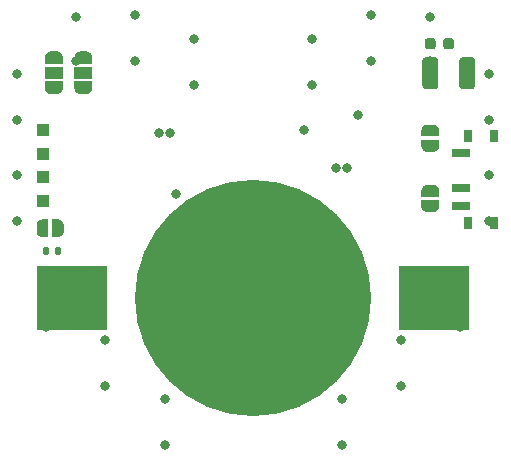
<source format=gbr>
%TF.GenerationSoftware,KiCad,Pcbnew,(5.1.9)-1*%
%TF.CreationDate,2021-12-27T23:36:38+01:00*%
%TF.ProjectId,heart,68656172-742e-46b6-9963-61645f706362,rev?*%
%TF.SameCoordinates,Original*%
%TF.FileFunction,Copper,L4,Bot*%
%TF.FilePolarity,Positive*%
%FSLAX46Y46*%
G04 Gerber Fmt 4.6, Leading zero omitted, Abs format (unit mm)*
G04 Created by KiCad (PCBNEW (5.1.9)-1) date 2021-12-27 23:36:38*
%MOMM*%
%LPD*%
G01*
G04 APERTURE LIST*
%TA.AperFunction,SMDPad,CuDef*%
%ADD10R,1.500000X1.000000*%
%TD*%
%TA.AperFunction,SMDPad,CuDef*%
%ADD11C,0.100000*%
%TD*%
%TA.AperFunction,SMDPad,CuDef*%
%ADD12C,20.000000*%
%TD*%
%TA.AperFunction,SMDPad,CuDef*%
%ADD13R,6.000000X5.500000*%
%TD*%
%TA.AperFunction,SMDPad,CuDef*%
%ADD14R,0.800000X1.000000*%
%TD*%
%TA.AperFunction,SMDPad,CuDef*%
%ADD15R,1.500000X0.700000*%
%TD*%
%TA.AperFunction,SMDPad,CuDef*%
%ADD16R,1.000000X1.000000*%
%TD*%
%TA.AperFunction,ViaPad*%
%ADD17C,0.800000*%
%TD*%
G04 APERTURE END LIST*
D10*
%TO.P,PA2,2*%
%TO.N,PA2*%
X35625000Y-62950000D03*
%TA.AperFunction,SMDPad,CuDef*%
D11*
%TO.P,PA2,3*%
%TO.N,LIS3DH_INT2*%
G36*
X34875602Y-61650000D02*
G01*
X34875602Y-61625466D01*
X34880412Y-61576635D01*
X34889984Y-61528510D01*
X34904228Y-61481555D01*
X34923005Y-61436222D01*
X34946136Y-61392949D01*
X34973396Y-61352150D01*
X35004524Y-61314221D01*
X35039221Y-61279524D01*
X35077150Y-61248396D01*
X35117949Y-61221136D01*
X35161222Y-61198005D01*
X35206555Y-61179228D01*
X35253510Y-61164984D01*
X35301635Y-61155412D01*
X35350466Y-61150602D01*
X35375000Y-61150602D01*
X35375000Y-61150000D01*
X35875000Y-61150000D01*
X35875000Y-61150602D01*
X35899534Y-61150602D01*
X35948365Y-61155412D01*
X35996490Y-61164984D01*
X36043445Y-61179228D01*
X36088778Y-61198005D01*
X36132051Y-61221136D01*
X36172850Y-61248396D01*
X36210779Y-61279524D01*
X36245476Y-61314221D01*
X36276604Y-61352150D01*
X36303864Y-61392949D01*
X36326995Y-61436222D01*
X36345772Y-61481555D01*
X36360016Y-61528510D01*
X36369588Y-61576635D01*
X36374398Y-61625466D01*
X36374398Y-61650000D01*
X36375000Y-61650000D01*
X36375000Y-62200000D01*
X34875000Y-62200000D01*
X34875000Y-61650000D01*
X34875602Y-61650000D01*
G37*
%TD.AperFunction*%
%TA.AperFunction,SMDPad,CuDef*%
%TO.P,PA2,1*%
%TO.N,TOUCH_KEY_1*%
G36*
X36375000Y-63700000D02*
G01*
X36375000Y-64250000D01*
X36374398Y-64250000D01*
X36374398Y-64274534D01*
X36369588Y-64323365D01*
X36360016Y-64371490D01*
X36345772Y-64418445D01*
X36326995Y-64463778D01*
X36303864Y-64507051D01*
X36276604Y-64547850D01*
X36245476Y-64585779D01*
X36210779Y-64620476D01*
X36172850Y-64651604D01*
X36132051Y-64678864D01*
X36088778Y-64701995D01*
X36043445Y-64720772D01*
X35996490Y-64735016D01*
X35948365Y-64744588D01*
X35899534Y-64749398D01*
X35875000Y-64749398D01*
X35875000Y-64750000D01*
X35375000Y-64750000D01*
X35375000Y-64749398D01*
X35350466Y-64749398D01*
X35301635Y-64744588D01*
X35253510Y-64735016D01*
X35206555Y-64720772D01*
X35161222Y-64701995D01*
X35117949Y-64678864D01*
X35077150Y-64651604D01*
X35039221Y-64620476D01*
X35004524Y-64585779D01*
X34973396Y-64547850D01*
X34946136Y-64507051D01*
X34923005Y-64463778D01*
X34904228Y-64418445D01*
X34889984Y-64371490D01*
X34880412Y-64323365D01*
X34875602Y-64274534D01*
X34875602Y-64250000D01*
X34875000Y-64250000D01*
X34875000Y-63700000D01*
X36375000Y-63700000D01*
G37*
%TD.AperFunction*%
%TD*%
D10*
%TO.P,PA1,2*%
%TO.N,PA1*%
X33135000Y-62950000D03*
%TA.AperFunction,SMDPad,CuDef*%
D11*
%TO.P,PA1,3*%
%TO.N,LIS3DH_INT2*%
G36*
X32385602Y-61650000D02*
G01*
X32385602Y-61625466D01*
X32390412Y-61576635D01*
X32399984Y-61528510D01*
X32414228Y-61481555D01*
X32433005Y-61436222D01*
X32456136Y-61392949D01*
X32483396Y-61352150D01*
X32514524Y-61314221D01*
X32549221Y-61279524D01*
X32587150Y-61248396D01*
X32627949Y-61221136D01*
X32671222Y-61198005D01*
X32716555Y-61179228D01*
X32763510Y-61164984D01*
X32811635Y-61155412D01*
X32860466Y-61150602D01*
X32885000Y-61150602D01*
X32885000Y-61150000D01*
X33385000Y-61150000D01*
X33385000Y-61150602D01*
X33409534Y-61150602D01*
X33458365Y-61155412D01*
X33506490Y-61164984D01*
X33553445Y-61179228D01*
X33598778Y-61198005D01*
X33642051Y-61221136D01*
X33682850Y-61248396D01*
X33720779Y-61279524D01*
X33755476Y-61314221D01*
X33786604Y-61352150D01*
X33813864Y-61392949D01*
X33836995Y-61436222D01*
X33855772Y-61481555D01*
X33870016Y-61528510D01*
X33879588Y-61576635D01*
X33884398Y-61625466D01*
X33884398Y-61650000D01*
X33885000Y-61650000D01*
X33885000Y-62200000D01*
X32385000Y-62200000D01*
X32385000Y-61650000D01*
X32385602Y-61650000D01*
G37*
%TD.AperFunction*%
%TA.AperFunction,SMDPad,CuDef*%
%TO.P,PA1,1*%
%TO.N,TOUCH_KEY_1*%
G36*
X33885000Y-63700000D02*
G01*
X33885000Y-64250000D01*
X33884398Y-64250000D01*
X33884398Y-64274534D01*
X33879588Y-64323365D01*
X33870016Y-64371490D01*
X33855772Y-64418445D01*
X33836995Y-64463778D01*
X33813864Y-64507051D01*
X33786604Y-64547850D01*
X33755476Y-64585779D01*
X33720779Y-64620476D01*
X33682850Y-64651604D01*
X33642051Y-64678864D01*
X33598778Y-64701995D01*
X33553445Y-64720772D01*
X33506490Y-64735016D01*
X33458365Y-64744588D01*
X33409534Y-64749398D01*
X33385000Y-64749398D01*
X33385000Y-64750000D01*
X32885000Y-64750000D01*
X32885000Y-64749398D01*
X32860466Y-64749398D01*
X32811635Y-64744588D01*
X32763510Y-64735016D01*
X32716555Y-64720772D01*
X32671222Y-64701995D01*
X32627949Y-64678864D01*
X32587150Y-64651604D01*
X32549221Y-64620476D01*
X32514524Y-64585779D01*
X32483396Y-64547850D01*
X32456136Y-64507051D01*
X32433005Y-64463778D01*
X32414228Y-64418445D01*
X32399984Y-64371490D01*
X32390412Y-64323365D01*
X32385602Y-64274534D01*
X32385602Y-64250000D01*
X32385000Y-64250000D01*
X32385000Y-63700000D01*
X33885000Y-63700000D01*
G37*
%TD.AperFunction*%
%TD*%
D12*
%TO.P,CR2450,2*%
%TO.N,GND*%
X50000000Y-82000000D03*
D13*
%TO.P,CR2450,1*%
%TO.N,VCC*%
X65300000Y-82000000D03*
X34700000Y-82000000D03*
%TD*%
D14*
%TO.P,SW1,*%
%TO.N,*%
X68220000Y-68350000D03*
X68220000Y-75650000D03*
X70430000Y-75650000D03*
X70430000Y-68350000D03*
D15*
%TO.P,SW1,3*%
%TO.N,VCC*%
X67570000Y-74250000D03*
%TO.P,SW1,2*%
%TO.N,Net-(JP1-Pad2)*%
X67570000Y-72750000D03*
%TO.P,SW1,1*%
%TO.N,Net-(SW1-Pad1)*%
X67570000Y-69750000D03*
%TD*%
%TA.AperFunction,SMDPad,CuDef*%
D11*
%TO.P,JP3,2*%
%TO.N,TCA6416A_RESET*%
G36*
X33470000Y-75370602D02*
G01*
X33494534Y-75370602D01*
X33543365Y-75375412D01*
X33591490Y-75384984D01*
X33638445Y-75399228D01*
X33683778Y-75418005D01*
X33727051Y-75441136D01*
X33767850Y-75468396D01*
X33805779Y-75499524D01*
X33840476Y-75534221D01*
X33871604Y-75572150D01*
X33898864Y-75612949D01*
X33921995Y-75656222D01*
X33940772Y-75701555D01*
X33955016Y-75748510D01*
X33964588Y-75796635D01*
X33969398Y-75845466D01*
X33969398Y-75870000D01*
X33970000Y-75870000D01*
X33970000Y-76370000D01*
X33969398Y-76370000D01*
X33969398Y-76394534D01*
X33964588Y-76443365D01*
X33955016Y-76491490D01*
X33940772Y-76538445D01*
X33921995Y-76583778D01*
X33898864Y-76627051D01*
X33871604Y-76667850D01*
X33840476Y-76705779D01*
X33805779Y-76740476D01*
X33767850Y-76771604D01*
X33727051Y-76798864D01*
X33683778Y-76821995D01*
X33638445Y-76840772D01*
X33591490Y-76855016D01*
X33543365Y-76864588D01*
X33494534Y-76869398D01*
X33470000Y-76869398D01*
X33470000Y-76870000D01*
X32970000Y-76870000D01*
X32970000Y-75370000D01*
X33470000Y-75370000D01*
X33470000Y-75370602D01*
G37*
%TD.AperFunction*%
%TA.AperFunction,SMDPad,CuDef*%
%TO.P,JP3,1*%
%TO.N,Net-(JP3-Pad1)*%
G36*
X32670000Y-76870000D02*
G01*
X32170000Y-76870000D01*
X32170000Y-76869398D01*
X32145466Y-76869398D01*
X32096635Y-76864588D01*
X32048510Y-76855016D01*
X32001555Y-76840772D01*
X31956222Y-76821995D01*
X31912949Y-76798864D01*
X31872150Y-76771604D01*
X31834221Y-76740476D01*
X31799524Y-76705779D01*
X31768396Y-76667850D01*
X31741136Y-76627051D01*
X31718005Y-76583778D01*
X31699228Y-76538445D01*
X31684984Y-76491490D01*
X31675412Y-76443365D01*
X31670602Y-76394534D01*
X31670602Y-76370000D01*
X31670000Y-76370000D01*
X31670000Y-75870000D01*
X31670602Y-75870000D01*
X31670602Y-75845466D01*
X31675412Y-75796635D01*
X31684984Y-75748510D01*
X31699228Y-75701555D01*
X31718005Y-75656222D01*
X31741136Y-75612949D01*
X31768396Y-75572150D01*
X31799524Y-75534221D01*
X31834221Y-75499524D01*
X31872150Y-75468396D01*
X31912949Y-75441136D01*
X31956222Y-75418005D01*
X32001555Y-75399228D01*
X32048510Y-75384984D01*
X32096635Y-75375412D01*
X32145466Y-75370602D01*
X32170000Y-75370602D01*
X32170000Y-75370000D01*
X32670000Y-75370000D01*
X32670000Y-76870000D01*
G37*
%TD.AperFunction*%
%TD*%
%TO.P,C0,2*%
%TO.N,GND*%
%TA.AperFunction,SMDPad,CuDef*%
G36*
G01*
X67462500Y-64100001D02*
X67462500Y-61899999D01*
G75*
G02*
X67712499Y-61650000I249999J0D01*
G01*
X68537501Y-61650000D01*
G75*
G02*
X68787500Y-61899999I0J-249999D01*
G01*
X68787500Y-64100001D01*
G75*
G02*
X68537501Y-64350000I-249999J0D01*
G01*
X67712499Y-64350000D01*
G75*
G02*
X67462500Y-64100001I0J249999D01*
G01*
G37*
%TD.AperFunction*%
%TO.P,C0,1*%
%TO.N,+3V0*%
%TA.AperFunction,SMDPad,CuDef*%
G36*
G01*
X64337500Y-64100001D02*
X64337500Y-61899999D01*
G75*
G02*
X64587499Y-61650000I249999J0D01*
G01*
X65412501Y-61650000D01*
G75*
G02*
X65662500Y-61899999I0J-249999D01*
G01*
X65662500Y-64100001D01*
G75*
G02*
X65412501Y-64350000I-249999J0D01*
G01*
X64587499Y-64350000D01*
G75*
G02*
X64337500Y-64100001I0J249999D01*
G01*
G37*
%TD.AperFunction*%
%TD*%
D16*
%TO.P,J4,1*%
%TO.N,GND*%
X32170000Y-73820000D03*
%TD*%
%TO.P,J3,1*%
%TO.N,SWDCLK*%
X32170000Y-69820000D03*
%TD*%
%TO.P,J2,1*%
%TO.N,SWDIO*%
X32170000Y-71820000D03*
%TD*%
%TO.P,J1,1*%
%TO.N,+3V0*%
X32170000Y-67820000D03*
%TD*%
%TO.P,C1,2*%
%TO.N,GND*%
%TA.AperFunction,SMDPad,CuDef*%
G36*
G01*
X66100000Y-60750000D02*
X66100000Y-60250000D01*
G75*
G02*
X66325000Y-60025000I225000J0D01*
G01*
X66775000Y-60025000D01*
G75*
G02*
X67000000Y-60250000I0J-225000D01*
G01*
X67000000Y-60750000D01*
G75*
G02*
X66775000Y-60975000I-225000J0D01*
G01*
X66325000Y-60975000D01*
G75*
G02*
X66100000Y-60750000I0J225000D01*
G01*
G37*
%TD.AperFunction*%
%TO.P,C1,1*%
%TO.N,+3V0*%
%TA.AperFunction,SMDPad,CuDef*%
G36*
G01*
X64550000Y-60750000D02*
X64550000Y-60250000D01*
G75*
G02*
X64775000Y-60025000I225000J0D01*
G01*
X65225000Y-60025000D01*
G75*
G02*
X65450000Y-60250000I0J-225000D01*
G01*
X65450000Y-60750000D01*
G75*
G02*
X65225000Y-60975000I-225000J0D01*
G01*
X64775000Y-60975000D01*
G75*
G02*
X64550000Y-60750000I0J225000D01*
G01*
G37*
%TD.AperFunction*%
%TD*%
%TO.P,R24,2*%
%TO.N,+3V0*%
%TA.AperFunction,SMDPad,CuDef*%
G36*
G01*
X32720000Y-77860000D02*
X32720000Y-78230000D01*
G75*
G02*
X32585000Y-78365000I-135000J0D01*
G01*
X32315000Y-78365000D01*
G75*
G02*
X32180000Y-78230000I0J135000D01*
G01*
X32180000Y-77860000D01*
G75*
G02*
X32315000Y-77725000I135000J0D01*
G01*
X32585000Y-77725000D01*
G75*
G02*
X32720000Y-77860000I0J-135000D01*
G01*
G37*
%TD.AperFunction*%
%TO.P,R24,1*%
%TO.N,TCA6416A_RESET*%
%TA.AperFunction,SMDPad,CuDef*%
G36*
G01*
X33740000Y-77860000D02*
X33740000Y-78230000D01*
G75*
G02*
X33605000Y-78365000I-135000J0D01*
G01*
X33335000Y-78365000D01*
G75*
G02*
X33200000Y-78230000I0J135000D01*
G01*
X33200000Y-77860000D01*
G75*
G02*
X33335000Y-77725000I135000J0D01*
G01*
X33605000Y-77725000D01*
G75*
G02*
X33740000Y-77860000I0J-135000D01*
G01*
G37*
%TD.AperFunction*%
%TD*%
%TA.AperFunction,SMDPad,CuDef*%
D11*
%TO.P,JP2,2*%
%TO.N,+3V0*%
G36*
X64250602Y-67850000D02*
G01*
X64250602Y-67825466D01*
X64255412Y-67776635D01*
X64264984Y-67728510D01*
X64279228Y-67681555D01*
X64298005Y-67636222D01*
X64321136Y-67592949D01*
X64348396Y-67552150D01*
X64379524Y-67514221D01*
X64414221Y-67479524D01*
X64452150Y-67448396D01*
X64492949Y-67421136D01*
X64536222Y-67398005D01*
X64581555Y-67379228D01*
X64628510Y-67364984D01*
X64676635Y-67355412D01*
X64725466Y-67350602D01*
X64750000Y-67350602D01*
X64750000Y-67350000D01*
X65250000Y-67350000D01*
X65250000Y-67350602D01*
X65274534Y-67350602D01*
X65323365Y-67355412D01*
X65371490Y-67364984D01*
X65418445Y-67379228D01*
X65463778Y-67398005D01*
X65507051Y-67421136D01*
X65547850Y-67448396D01*
X65585779Y-67479524D01*
X65620476Y-67514221D01*
X65651604Y-67552150D01*
X65678864Y-67592949D01*
X65701995Y-67636222D01*
X65720772Y-67681555D01*
X65735016Y-67728510D01*
X65744588Y-67776635D01*
X65749398Y-67825466D01*
X65749398Y-67850000D01*
X65750000Y-67850000D01*
X65750000Y-68350000D01*
X64250000Y-68350000D01*
X64250000Y-67850000D01*
X64250602Y-67850000D01*
G37*
%TD.AperFunction*%
%TA.AperFunction,SMDPad,CuDef*%
%TO.P,JP2,1*%
%TO.N,Net-(JP1-Pad2)*%
G36*
X65750000Y-68650000D02*
G01*
X65750000Y-69150000D01*
X65749398Y-69150000D01*
X65749398Y-69174534D01*
X65744588Y-69223365D01*
X65735016Y-69271490D01*
X65720772Y-69318445D01*
X65701995Y-69363778D01*
X65678864Y-69407051D01*
X65651604Y-69447850D01*
X65620476Y-69485779D01*
X65585779Y-69520476D01*
X65547850Y-69551604D01*
X65507051Y-69578864D01*
X65463778Y-69601995D01*
X65418445Y-69620772D01*
X65371490Y-69635016D01*
X65323365Y-69644588D01*
X65274534Y-69649398D01*
X65250000Y-69649398D01*
X65250000Y-69650000D01*
X64750000Y-69650000D01*
X64750000Y-69649398D01*
X64725466Y-69649398D01*
X64676635Y-69644588D01*
X64628510Y-69635016D01*
X64581555Y-69620772D01*
X64536222Y-69601995D01*
X64492949Y-69578864D01*
X64452150Y-69551604D01*
X64414221Y-69520476D01*
X64379524Y-69485779D01*
X64348396Y-69447850D01*
X64321136Y-69407051D01*
X64298005Y-69363778D01*
X64279228Y-69318445D01*
X64264984Y-69271490D01*
X64255412Y-69223365D01*
X64250602Y-69174534D01*
X64250602Y-69150000D01*
X64250000Y-69150000D01*
X64250000Y-68650000D01*
X65750000Y-68650000D01*
G37*
%TD.AperFunction*%
%TD*%
%TA.AperFunction,SMDPad,CuDef*%
%TO.P,JP1,2*%
%TO.N,Net-(JP1-Pad2)*%
G36*
X64250602Y-72950000D02*
G01*
X64250602Y-72925466D01*
X64255412Y-72876635D01*
X64264984Y-72828510D01*
X64279228Y-72781555D01*
X64298005Y-72736222D01*
X64321136Y-72692949D01*
X64348396Y-72652150D01*
X64379524Y-72614221D01*
X64414221Y-72579524D01*
X64452150Y-72548396D01*
X64492949Y-72521136D01*
X64536222Y-72498005D01*
X64581555Y-72479228D01*
X64628510Y-72464984D01*
X64676635Y-72455412D01*
X64725466Y-72450602D01*
X64750000Y-72450602D01*
X64750000Y-72450000D01*
X65250000Y-72450000D01*
X65250000Y-72450602D01*
X65274534Y-72450602D01*
X65323365Y-72455412D01*
X65371490Y-72464984D01*
X65418445Y-72479228D01*
X65463778Y-72498005D01*
X65507051Y-72521136D01*
X65547850Y-72548396D01*
X65585779Y-72579524D01*
X65620476Y-72614221D01*
X65651604Y-72652150D01*
X65678864Y-72692949D01*
X65701995Y-72736222D01*
X65720772Y-72781555D01*
X65735016Y-72828510D01*
X65744588Y-72876635D01*
X65749398Y-72925466D01*
X65749398Y-72950000D01*
X65750000Y-72950000D01*
X65750000Y-73450000D01*
X64250000Y-73450000D01*
X64250000Y-72950000D01*
X64250602Y-72950000D01*
G37*
%TD.AperFunction*%
%TA.AperFunction,SMDPad,CuDef*%
%TO.P,JP1,1*%
%TO.N,VCC*%
G36*
X65750000Y-73750000D02*
G01*
X65750000Y-74250000D01*
X65749398Y-74250000D01*
X65749398Y-74274534D01*
X65744588Y-74323365D01*
X65735016Y-74371490D01*
X65720772Y-74418445D01*
X65701995Y-74463778D01*
X65678864Y-74507051D01*
X65651604Y-74547850D01*
X65620476Y-74585779D01*
X65585779Y-74620476D01*
X65547850Y-74651604D01*
X65507051Y-74678864D01*
X65463778Y-74701995D01*
X65418445Y-74720772D01*
X65371490Y-74735016D01*
X65323365Y-74744588D01*
X65274534Y-74749398D01*
X65250000Y-74749398D01*
X65250000Y-74750000D01*
X64750000Y-74750000D01*
X64750000Y-74749398D01*
X64725466Y-74749398D01*
X64676635Y-74744588D01*
X64628510Y-74735016D01*
X64581555Y-74720772D01*
X64536222Y-74701995D01*
X64492949Y-74678864D01*
X64452150Y-74651604D01*
X64414221Y-74620476D01*
X64379524Y-74585779D01*
X64348396Y-74547850D01*
X64321136Y-74507051D01*
X64298005Y-74463778D01*
X64279228Y-74418445D01*
X64264984Y-74371490D01*
X64255412Y-74323365D01*
X64250602Y-74274534D01*
X64250602Y-74250000D01*
X64250000Y-74250000D01*
X64250000Y-73750000D01*
X65750000Y-73750000D01*
G37*
%TD.AperFunction*%
%TD*%
D17*
%TO.N,GND*%
X45500000Y-81500000D03*
X54320000Y-75880000D03*
X42020000Y-68100000D03*
X54320000Y-67820000D03*
X57980000Y-71000000D03*
X45000000Y-89980000D03*
X53000000Y-89975000D03*
%TO.N,+3V0*%
X55000000Y-60075000D03*
X60000000Y-58075000D03*
X65000000Y-58275000D03*
X70000000Y-63075000D03*
X70000000Y-71575000D03*
X62500000Y-85575000D03*
X57500000Y-90575000D03*
X42500000Y-90575000D03*
X37500000Y-85575000D03*
X30000000Y-71575000D03*
X30000000Y-63075000D03*
X35000000Y-58275000D03*
X40000000Y-58075000D03*
X45000000Y-60075000D03*
X32500000Y-80575000D03*
X67500000Y-80575000D03*
X42970000Y-68100000D03*
X57020000Y-71000000D03*
X58900000Y-66510000D03*
X43500000Y-73250000D03*
%TO.N,Net-(D0-Pad1)*%
X45000000Y-64000000D03*
%TO.N,Net-(D1-Pad1)*%
X40000000Y-62000000D03*
%TO.N,Net-(D2-Pad1)*%
X35000000Y-62000000D03*
%TO.N,Net-(D3-Pad1)*%
X30000000Y-67000000D03*
%TO.N,Net-(D4-Pad1)*%
X30000000Y-75500000D03*
%TO.N,Net-(D5-Pad1)*%
X32500000Y-84500000D03*
%TO.N,Net-(D6-Pad1)*%
X37500000Y-89500000D03*
%TO.N,Net-(D7-Pad1)*%
X42500000Y-94500000D03*
%TO.N,Net-(D8-Pad1)*%
X57500000Y-94500000D03*
%TO.N,Net-(D9-Pad1)*%
X62500000Y-89500000D03*
%TO.N,Net-(D10-Pad1)*%
X67500000Y-84500000D03*
%TO.N,Net-(D11-Pad1)*%
X70000000Y-75500000D03*
%TO.N,Net-(D12-Pad1)*%
X70000000Y-67000000D03*
%TO.N,Net-(D13-Pad1)*%
X65000000Y-62000000D03*
%TO.N,Net-(D14-Pad1)*%
X60000000Y-62000000D03*
%TO.N,Net-(D15-Pad1)*%
X55000000Y-64000000D03*
%TD*%
M02*

</source>
